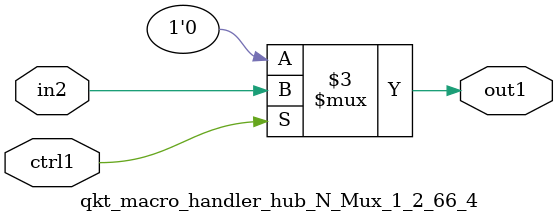
<source format=v>

`timescale 1ps / 1ps


module qkt_macro_handler_hub_N_Mux_1_2_66_4( in2, ctrl1, out1 );

    input in2;
    input ctrl1;
    output out1;
    reg out1;

    
    // rtl_process:qkt_macro_handler_hub_N_Mux_1_2_66_4/qkt_macro_handler_hub_N_Mux_1_2_66_4_thread_1
    always @*
      begin : qkt_macro_handler_hub_N_Mux_1_2_66_4_thread_1
        case (ctrl1) 
          1'b1: 
            begin
              out1 = in2;
            end
          default: 
            begin
              out1 = 1'b0;
            end
        endcase
      end

endmodule



</source>
